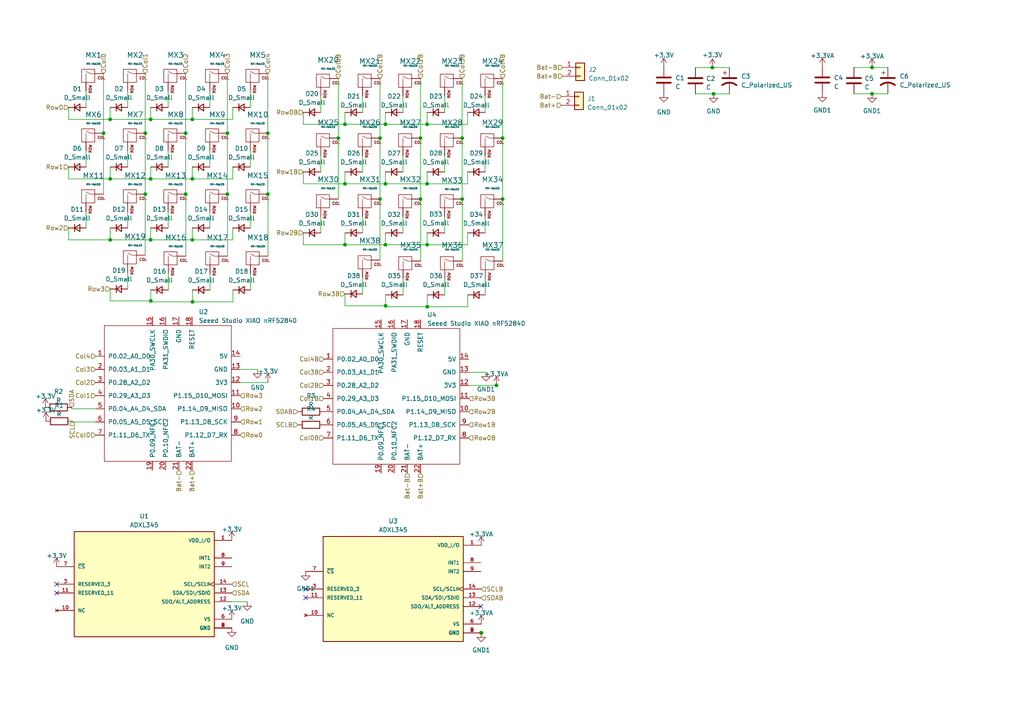
<source format=kicad_sch>
(kicad_sch (version 20230121) (generator eeschema)
  (paper "A4")
  (junction (at 145.7706 40.0558))
  (junction (at 42.1132 56.3118))
  (junction (at 55.7784 34.6202))
  (junction (at 100.0506 36.0426))
  (junction (at 43.688 34.6202))
  (junction (at 206.9592 27.2288))
  (junction (at 31.9532 69.5706))
  (junction (at 42.1132 38.6334))
  (junction (at 43.688 51.8922))
  (junction (at 77.6732 38.6334))
  (junction (at 123.8758 36.0426))
  (junction (at 77.6732 56.3118))
  (junction (at 134.0358 40.0558))
  (junction (at 111.8362 88.6968))
  (junction (at 43.688 69.5706))
  (junction (at 123.9266 88.9762))
  (junction (at 123.8758 70.993))
  (junction (at 100.0506 70.993))
  (junction (at 139.5476 183.5404))
  (junction (at 252.9332 19.5834))
  (junction (at 65.9384 56.3118))
  (junction (at 111.7854 53.3146))
  (junction (at 139.573 183.5912))
  (junction (at 143.9926 111.76))
  (junction (at 43.7388 87.2744))
  (junction (at 111.7854 70.993))
  (junction (at 55.7784 69.5706))
  (junction (at 30.0228 38.6334))
  (junction (at 98.1202 40.0558))
  (junction (at 139.573 183.5404))
  (junction (at 206.6036 19.6088))
  (junction (at 31.9532 34.6202))
  (junction (at 110.2106 40.0558))
  (junction (at 121.9454 40.0558))
  (junction (at 53.848 56.3118))
  (junction (at 53.848 38.6334))
  (junction (at 252.9332 27.2034))
  (junction (at 100.0506 53.3146))
  (junction (at 31.9532 51.8922))
  (junction (at 55.7784 51.8922))
  (junction (at 110.2106 57.7342))
  (junction (at 65.9384 38.6334))
  (junction (at 111.7854 36.0426))
  (junction (at 134.0358 57.7342))
  (junction (at 121.9454 57.7342))
  (junction (at 123.8758 53.3146))
  (junction (at 55.8292 87.5538))
  (junction (at 145.7706 57.7342))
  (no_connect (at 16.4338 171.9834))
  (no_connect (at 16.4338 169.4434))
  (no_connect (at 88.646 170.8404))
  (no_connect (at 139.446 175.9204))
  (no_connect (at 88.646 173.3804))
  (wire (pts (xy 123.8758 49.8602) (xy 123.8758 53.3146)))
  (wire (pts (xy 43.688 48.4378) (xy 43.688 51.8922)))
  (wire (pts (xy 42.1132 38.6334) (xy 42.1132 56.3118)))
  (wire (pts (xy 140.6906 45.1358) (xy 140.6906 49.8602)))
  (wire (pts (xy 116.8654 62.8142) (xy 116.8654 67.5386)))
  (wire (pts (xy 105.1306 62.8142) (xy 105.1306 67.5386)))
  (wire (pts (xy 111.8362 85.5218) (xy 111.8362 88.6968)))
  (wire (pts (xy 116.9162 80.7974) (xy 116.9162 85.5218)))
  (wire (pts (xy 121.9962 75.7174) (xy 121.9962 57.7342)))
  (wire (pts (xy 74.7014 107.1372) (xy 69.6468 107.1372)))
  (wire (pts (xy 43.7388 87.5538) (xy 55.8292 87.5538)))
  (wire (pts (xy 77.6732 38.6334) (xy 77.6732 56.3118)))
  (wire (pts (xy 98.1202 40.0558) (xy 98.1202 57.7342)))
  (wire (pts (xy 139.446 181.0004) (xy 139.5222 181.0004)))
  (wire (pts (xy 105.1306 27.8638) (xy 105.1306 32.5882)))
  (wire (pts (xy 55.7784 51.8922) (xy 67.5132 51.8922)))
  (wire (pts (xy 43.7388 84.0994) (xy 43.7388 87.2744)))
  (wire (pts (xy 123.8758 36.0426) (xy 135.6106 36.0426)))
  (wire (pts (xy 139.4714 170.8404) (xy 139.4714 170.8912)))
  (wire (pts (xy 110.2106 57.7342) (xy 110.2106 75.438)))
  (wire (pts (xy 134.0358 57.7342) (xy 134.0866 57.7342)))
  (wire (pts (xy 111.8362 88.6968) (xy 111.8362 88.9762)))
  (wire (pts (xy 48.8188 79.375) (xy 48.8188 84.0994)))
  (wire (pts (xy 252.9332 19.5834) (xy 257.5052 19.5834)))
  (wire (pts (xy 139.4968 173.3804) (xy 139.4968 173.4312)))
  (wire (pts (xy 72.5932 43.7134) (xy 72.5932 48.4378)))
  (wire (pts (xy 145.7706 57.7342) (xy 145.8214 57.7342)))
  (wire (pts (xy 110.2106 40.0558) (xy 110.2106 57.7342)))
  (wire (pts (xy 105.1306 80.518) (xy 105.1306 85.2424)))
  (wire (pts (xy 55.7784 31.1658) (xy 55.7784 34.6202)))
  (wire (pts (xy 139.5984 183.5912) (xy 139.573 183.5912)))
  (wire (pts (xy 128.9558 27.8638) (xy 128.9558 32.5882)))
  (wire (pts (xy 111.7854 53.3146) (xy 123.8758 53.3146)))
  (wire (pts (xy 100.0506 88.6968) (xy 111.8362 88.6968)))
  (wire (pts (xy 139.573 183.5404) (xy 139.5984 183.5404)))
  (wire (pts (xy 111.7854 67.5386) (xy 111.7854 70.993)))
  (wire (pts (xy 55.7784 34.6202) (xy 67.5132 34.6202)))
  (wire (pts (xy 60.8584 43.7134) (xy 60.8584 48.4378)))
  (wire (pts (xy 100.0506 49.8602) (xy 100.0506 53.3146)))
  (wire (pts (xy 105.1306 45.1358) (xy 105.1306 49.8602)))
  (wire (pts (xy 123.8758 32.5882) (xy 123.8758 36.0426)))
  (wire (pts (xy 77.724 110.9472) (xy 69.6468 110.9472)))
  (wire (pts (xy 139.446 170.8404) (xy 139.4714 170.8404)))
  (wire (pts (xy 65.9892 74.295) (xy 65.9892 56.3118)))
  (wire (pts (xy 53.8988 74.295) (xy 53.8988 56.3118)))
  (wire (pts (xy 65.9384 21.3614) (xy 65.9384 38.6334)))
  (wire (pts (xy 111.8362 88.9762) (xy 123.9266 88.9762)))
  (wire (pts (xy 24.9428 26.4414) (xy 24.9428 31.1658)))
  (wire (pts (xy 139.5222 181.0004) (xy 139.5222 181.0512)))
  (wire (pts (xy 111.7854 70.993) (xy 123.8758 70.993)))
  (wire (pts (xy 139.446 183.5404) (xy 139.5476 183.5404)))
  (wire (pts (xy 65.9384 56.3118) (xy 65.9892 56.3118)))
  (wire (pts (xy 139.4968 173.4312) (xy 139.573 173.4312)))
  (wire (pts (xy 30.0228 21.3614) (xy 30.0228 38.6334)))
  (wire (pts (xy 55.7784 48.4378) (xy 55.7784 51.8922)))
  (wire (pts (xy 77.724 110.9218) (xy 77.6986 110.9218)))
  (wire (pts (xy 135.6614 88.9762) (xy 135.6614 85.5218)))
  (wire (pts (xy 48.768 26.4414) (xy 48.768 31.1658)))
  (wire (pts (xy 37.0332 61.3918) (xy 37.0332 66.1162)))
  (wire (pts (xy 48.768 61.3918) (xy 48.768 66.1162)))
  (wire (pts (xy 55.8292 84.0994) (xy 55.8292 87.5538)))
  (wire (pts (xy 123.9266 85.5218) (xy 123.9266 88.9762)))
  (wire (pts (xy 201.7014 19.6088) (xy 206.6036 19.6088)))
  (wire (pts (xy 128.9558 45.1358) (xy 128.9558 49.8602)))
  (wire (pts (xy 111.7854 49.8602) (xy 111.7854 53.3146)))
  (wire (pts (xy 31.9532 31.1658) (xy 31.9532 34.6202)))
  (wire (pts (xy 31.9532 66.1162) (xy 31.9532 69.5706)))
  (wire (pts (xy 129.0066 80.7974) (xy 129.0066 85.5218)))
  (wire (pts (xy 139.5222 181.0512) (xy 139.573 181.0512)))
  (wire (pts (xy 121.9454 40.0558) (xy 121.9454 57.7342)))
  (wire (pts (xy 72.5932 61.3918) (xy 72.5932 66.1162)))
  (wire (pts (xy 31.9532 34.6202) (xy 43.688 34.6202)))
  (wire (pts (xy 71.7042 174.5234) (xy 67.2338 174.5234)))
  (wire (pts (xy 19.8628 48.4378) (xy 19.8628 51.8922)))
  (wire (pts (xy 140.6906 62.8142) (xy 140.6906 67.5386)))
  (wire (pts (xy 100.0506 36.0426) (xy 111.7854 36.0426)))
  (wire (pts (xy 77.6732 21.3614) (xy 77.6732 38.6334)))
  (wire (pts (xy 139.446 158.1404) (xy 139.446 158.1912)))
  (wire (pts (xy 93.0402 27.8638) (xy 93.0402 32.5882)))
  (wire (pts (xy 145.8214 75.7174) (xy 145.8214 57.7342)))
  (wire (pts (xy 139.5476 183.5912) (xy 139.573 183.5912)))
  (wire (pts (xy 55.8292 87.5538) (xy 67.564 87.5538)))
  (wire (pts (xy 31.9532 48.4378) (xy 31.9532 51.8922)))
  (wire (pts (xy 77.724 110.9472) (xy 77.724 110.9218)))
  (wire (pts (xy 43.7388 87.2744) (xy 43.7388 87.5538)))
  (wire (pts (xy 87.9602 49.8602) (xy 87.9602 53.3146)))
  (wire (pts (xy 93.0402 45.1358) (xy 93.0402 49.8602)))
  (wire (pts (xy 100.0506 53.3146) (xy 111.7854 53.3146)))
  (wire (pts (xy 143.9926 111.7854) (xy 135.9154 111.7854)))
  (wire (pts (xy 123.8758 53.3146) (xy 135.6106 53.3146)))
  (wire (pts (xy 19.8628 69.5706) (xy 31.9532 69.5706)))
  (wire (pts (xy 87.9602 70.993) (xy 100.0506 70.993)))
  (wire (pts (xy 20.8026 118.5672) (xy 27.7368 118.5672)))
  (wire (pts (xy 140.6906 27.8638) (xy 140.6906 32.5882)))
  (wire (pts (xy 37.0332 79.0956) (xy 37.0332 83.82)))
  (wire (pts (xy 31.9532 83.82) (xy 31.9532 87.2744)))
  (wire (pts (xy 135.6106 53.3146) (xy 135.6106 49.8602)))
  (wire (pts (xy 43.688 34.6202) (xy 55.7784 34.6202)))
  (wire (pts (xy 43.688 69.5706) (xy 55.7784 69.5706)))
  (wire (pts (xy 42.1132 56.3118) (xy 42.1132 74.0156)))
  (wire (pts (xy 19.8628 34.6202) (xy 31.9532 34.6202)))
  (wire (pts (xy 19.8628 31.1658) (xy 19.8628 34.6202)))
  (wire (pts (xy 143.9926 111.76) (xy 143.9672 111.76)))
  (wire (pts (xy 19.8628 51.8922) (xy 31.9532 51.8922)))
  (wire (pts (xy 139.573 183.5404) (xy 139.573 183.5912)))
  (wire (pts (xy 110.2106 22.7838) (xy 110.2106 40.0558)))
  (wire (pts (xy 43.688 66.1162) (xy 43.688 69.5706)))
  (wire (pts (xy 55.7784 69.5706) (xy 67.5132 69.5706)))
  (wire (pts (xy 19.8628 66.1162) (xy 19.8628 69.5706)))
  (wire (pts (xy 121.9962 57.7342) (xy 121.9454 57.7342)))
  (wire (pts (xy 30.0228 38.6334) (xy 30.0228 56.3118)))
  (wire (pts (xy 143.9926 111.7854) (xy 143.9926 111.76)))
  (wire (pts (xy 43.688 31.1658) (xy 43.688 34.6202)))
  (wire (pts (xy 31.9532 51.8922) (xy 43.688 51.8922)))
  (wire (pts (xy 139.5476 183.5404) (xy 139.5476 183.5912)))
  (wire (pts (xy 111.7854 36.0426) (xy 123.8758 36.0426)))
  (wire (pts (xy 60.8584 61.3918) (xy 60.8584 66.1162)))
  (wire (pts (xy 55.7784 66.1162) (xy 55.7784 69.5706)))
  (wire (pts (xy 247.6754 19.5834) (xy 252.9332 19.5834)))
  (wire (pts (xy 121.9454 22.7838) (xy 121.9454 40.0558)))
  (wire (pts (xy 60.8584 26.4414) (xy 60.8584 31.1658)))
  (wire (pts (xy 53.848 21.3614) (xy 53.848 38.6334)))
  (wire (pts (xy 31.9532 69.5706) (xy 43.688 69.5706)))
  (wire (pts (xy 100.0506 32.5882) (xy 100.0506 36.0426)))
  (wire (pts (xy 139.446 158.1912) (xy 139.573 158.1912)))
  (wire (pts (xy 100.0506 67.5386) (xy 100.0506 70.993)))
  (wire (pts (xy 72.5932 26.4414) (xy 72.5932 31.1658)))
  (wire (pts (xy 60.9092 79.375) (xy 60.9092 84.0994)))
  (wire (pts (xy 67.5132 69.5706) (xy 67.5132 66.1162)))
  (wire (pts (xy 24.9428 61.3918) (xy 24.9428 66.1162)))
  (wire (pts (xy 67.564 87.5538) (xy 67.564 84.0994)))
  (wire (pts (xy 134.0358 40.0558) (xy 134.0358 57.7342)))
  (wire (pts (xy 65.9384 38.6334) (xy 65.9384 56.3118)))
  (wire (pts (xy 93.0402 62.8142) (xy 93.0402 67.5386)))
  (wire (pts (xy 135.6106 36.0426) (xy 135.6106 32.5882)))
  (wire (pts (xy 134.0866 75.7174) (xy 134.0866 57.7342)))
  (wire (pts (xy 87.9602 53.3146) (xy 100.0506 53.3146)))
  (wire (pts (xy 67.5132 34.6202) (xy 67.5132 31.1658)))
  (wire (pts (xy 98.1202 22.7838) (xy 98.1202 40.0558)))
  (wire (pts (xy 67.5132 51.8922) (xy 67.5132 48.4378)))
  (wire (pts (xy 77.6732 56.3118) (xy 77.724 56.3118)))
  (wire (pts (xy 206.9592 27.2288) (xy 211.5312 27.2288)))
  (wire (pts (xy 37.0332 43.7134) (xy 37.0332 48.4378)))
  (wire (pts (xy 140.7414 80.7974) (xy 140.7414 85.5218)))
  (wire (pts (xy 20.8026 118.1608) (xy 20.8026 118.5672)))
  (wire (pts (xy 139.5476 183.5404) (xy 139.573 183.5404)))
  (wire (pts (xy 123.9266 88.9762) (xy 135.6614 88.9762)))
  (wire (pts (xy 134.0358 22.7838) (xy 134.0358 40.0558)))
  (wire (pts (xy 100.0506 70.993) (xy 111.7854 70.993)))
  (wire (pts (xy 139.5984 183.5404) (xy 139.5984 183.5912)))
  (wire (pts (xy 53.848 38.6334) (xy 53.848 56.3118)))
  (wire (pts (xy 139.446 173.3804) (xy 139.4968 173.3804)))
  (wire (pts (xy 252.9332 27.2034) (xy 257.5052 27.2034)))
  (wire (pts (xy 116.8654 45.1358) (xy 116.8654 49.8602)))
  (wire (pts (xy 111.7854 32.5882) (xy 111.7854 36.0426)))
  (wire (pts (xy 37.0332 26.4414) (xy 37.0332 31.1658)))
  (wire (pts (xy 42.1132 21.3614) (xy 42.1132 38.6334)))
  (wire (pts (xy 31.9532 87.2744) (xy 43.7388 87.2744)))
  (wire (pts (xy 48.768 43.7134) (xy 48.768 48.4378)))
  (wire (pts (xy 77.724 74.295) (xy 77.724 56.3118)))
  (wire (pts (xy 87.9602 32.5882) (xy 87.9602 36.0426)))
  (wire (pts (xy 27.7368 122.3772) (xy 20.955 122.3772)))
  (wire (pts (xy 206.6036 19.6088) (xy 211.5312 19.6088)))
  (wire (pts (xy 53.8988 56.3118) (xy 53.848 56.3118)))
  (wire (pts (xy 145.7706 40.0558) (xy 145.7706 57.7342)))
  (wire (pts (xy 201.7014 27.2288) (xy 206.9592 27.2288)))
  (wire (pts (xy 145.7706 22.7838) (xy 145.7706 40.0558)))
  (wire (pts (xy 20.955 122.3772) (xy 20.955 122.174)))
  (wire (pts (xy 87.9602 36.0426) (xy 100.0506 36.0426)))
  (wire (pts (xy 100.0506 85.2424) (xy 100.0506 88.6968)))
  (wire (pts (xy 43.688 51.8922) (xy 55.7784 51.8922)))
  (wire (pts (xy 128.9558 62.8142) (xy 128.9558 67.5386)))
  (wire (pts (xy 123.8758 67.5386) (xy 123.8758 70.993)))
  (wire (pts (xy 72.644 79.375) (xy 72.644 84.0994)))
  (wire (pts (xy 87.9602 67.5386) (xy 87.9602 70.993)))
  (wire (pts (xy 135.6106 70.993) (xy 135.6106 67.5386)))
  (wire (pts (xy 24.9428 43.7134) (xy 24.9428 48.4378)))
  (wire (pts (xy 116.8654 27.8638) (xy 116.8654 32.5882)))
  (wire (pts (xy 247.6754 27.2034) (xy 252.9332 27.2034)))
  (wire (pts (xy 139.4714 170.8912) (xy 139.573 170.8912)))
  (wire (pts (xy 123.8758 70.993) (xy 135.6106 70.993)))
  (wire (pts (xy 140.97 107.9754) (xy 135.9154 107.9754)))
  (hierarchical_label "SDAB" (shape input) (at 139.573 173.4312 0))
  (hierarchical_label "Col2" (shape input) (at 53.848 21.3614 90))
  (hierarchical_label "Row3B" (shape input) (at 100.0506 85.2424 180))
  (hierarchical_label "Row3" (shape input) (at 31.9532 83.82 180))
  (hierarchical_label "Col0B" (shape input) (at 98.1202 22.7838 90))
  (hierarchical_label "Bat-B" (shape input) (at 163.195 19.558 180))
  (hierarchical_label "Bat-" (shape input) (at 162.8394 27.9908 180))
  (hierarchical_label "Row2" (shape input) (at 19.8628 66.1162 180))
  (hierarchical_label "Row0B" (shape input) (at 135.9154 127.0254 0))
  (hierarchical_label "Bat+B" (shape input) (at 121.9454 137.1854 270))
  (hierarchical_label "Row1B" (shape input) (at 87.9602 49.8602 180))
  (hierarchical_label "Col3" (shape input) (at 65.9384 21.3614 90))
  (hierarchical_label "Col2B" (shape input) (at 94.0054 111.7854 180))
  (hierarchical_label "Col4B" (shape input) (at 145.7706 22.7838 90))
  (hierarchical_label "SCLB" (shape input) (at 139.573 170.8912 0))
  (hierarchical_label "SDAB" (shape input) (at 86.3854 119.4054 180))
  (hierarchical_label "Col3" (shape input) (at 27.7368 107.1372 180))
  (hierarchical_label "Col0" (shape input) (at 27.7368 126.1872 180))
  (hierarchical_label "Col2" (shape input) (at 27.7368 110.9472 180))
  (hierarchical_label "Row2B" (shape input) (at 87.9602 67.5386 180))
  (hierarchical_label "Row0B" (shape input) (at 87.9602 32.5882 180))
  (hierarchical_label "Col1" (shape input) (at 42.1132 21.3614 90))
  (hierarchical_label "Col1B" (shape input) (at 110.2106 22.7838 90))
  (hierarchical_label "Row3B" (shape input) (at 135.9154 115.5954 0))
  (hierarchical_label "Col4" (shape input) (at 27.7368 103.3272 180))
  (hierarchical_label "Bat+" (shape input) (at 55.6768 136.3472 270))
  (hierarchical_label "Bat+B" (shape input) (at 163.195 22.098 180))
  (hierarchical_label "Row2B" (shape input) (at 135.9154 119.4054 0))
  (hierarchical_label "Col1" (shape input) (at 27.7368 114.7572 180))
  (hierarchical_label "Col4" (shape input) (at 77.6732 21.3614 90))
  (hierarchical_label "Col2B" (shape input) (at 121.9454 22.7838 90))
  (hierarchical_label "SCLB" (shape input) (at 86.3854 123.2154 180))
  (hierarchical_label "SDA" (shape input) (at 20.8026 118.1608 90))
  (hierarchical_label "Row1" (shape input) (at 69.6468 122.3772 0))
  (hierarchical_label "Row1B" (shape input) (at 135.9154 123.2154 0))
  (hierarchical_label "Row1" (shape input) (at 19.8628 48.4378 180))
  (hierarchical_label "Row0" (shape input) (at 69.6468 126.1872 0))
  (hierarchical_label "Col3B" (shape input) (at 134.0358 22.7838 90))
  (hierarchical_label "SCL" (shape input) (at 67.2338 169.4434 0))
  (hierarchical_label "Row0" (shape input) (at 19.8628 31.1658 180))
  (hierarchical_label "Col0B" (shape input) (at 94.0054 127.0254 180))
  (hierarchical_label "Row2" (shape input) (at 69.6468 118.5672 0))
  (hierarchical_label "Col1B" (shape input) (at 94.0054 115.5954 180))
  (hierarchical_label "Col3B" (shape input) (at 94.0054 107.9754 180))
  (hierarchical_label "Col4B" (shape input) (at 94.0054 104.1654 180))
  (hierarchical_label "Bat-" (shape input) (at 51.8668 136.3472 270))
  (hierarchical_label "Bat-B" (shape input) (at 118.1354 137.1854 270))
  (hierarchical_label "Bat+" (shape input) (at 162.8394 30.5308 180))
  (hierarchical_label "SDA" (shape input) (at 67.2338 171.9834 0))
  (hierarchical_label "SCL" (shape input) (at 20.955 122.174 270))
  (hierarchical_label "Col0" (shape input) (at 30.0228 21.3614 90))
  (hierarchical_label "Row3" (shape input) (at 69.6468 114.7572 0))
  (symbol (lib_id "MX_Alps_Hybrid:MX-NoLED") (at 50.038 39.9034 0) (unit 1)
    (property "Reference" "MX8" (at 50.9212 33.2486 0) (effects (font (size 1.524 1.524))))
    (property "Value" "MX-NoLED" (at 50.9212 35.7886 0) (effects (font (size 0.508 0.508))))
    (property "Footprint" "keySwitches:Kailh_socket_PG1350" (effects hide))
  )
  (symbol (lib_id "MX_Alps_Hybrid:MX-NoLED") (at 130.2258 41.3258 0) (unit 1)
    (property "Reference" "MX28" (at 131.109 35.56 0) (effects (font (size 1.524 1.524))))
    (property "Value" "MX-NoLED" (at 131.109 36.83 0) (effects (font (size 0.508 0.508))))
    (property "Footprint" "keySwitches:Kailh_socket_PG1350" (effects hide))
  )
  (symbol (lib_id "MX_Alps_Hybrid:MX-NoLED") (at 106.4006 24.0538 0) (unit 1)
    (property "Reference" "MX21" (at 107.2838 17.78 0) (effects (font (size 1.524 1.524))))
    (property "Value" "MX-NoLED" (at 107.2838 19.05 0) (effects (font (size 0.508 0.508))))
    (property "Footprint" "keySwitches:Kailh_socket_PG1350" (effects hide))
  )
  (symbol (lib_id "power:+3.3V") (at 16.4338 164.3634 0) (unit 1)
    (property "Reference" "#PWR05" (effects hide))
    (property "Value" "+3.3V" (at 16.4338 161.163 0))
  )
  (symbol (lib_id "MX_Alps_Hybrid:MX-NoLED") (at 118.1354 24.0538 0) (unit 1)
    (property "Reference" "MX22" (at 119.0186 17.78 0) (effects (font (size 1.524 1.524))))
    (property "Value" "MX-NoLED" (at 119.0186 19.05 0) (effects (font (size 0.508 0.508))))
    (property "Footprint" "keySwitches:Kailh_socket_PG1350" (effects hide))
  )
  (symbol (lib_id "MX_Alps_Hybrid:MX-NoLED") (at 62.1284 39.9034 0) (unit 1)
    (property "Reference" "MX9" (at 63.0116 33.2486 0) (effects (font (size 1.524 1.524))))
    (property "Value" "MX-NoLED" (at 63.0116 35.7886 0) (effects (font (size 0.508 0.508))))
    (property "Footprint" "keySwitches:Kailh_socket_PG1350" (effects hide))
  )
  (symbol (lib_id "Device:D_Small") (at 102.5906 85.2424 0) (unit 1)
    (property "Reference" "D38" (at 102.5906 80.01 0))
    (property "Value" "D_Small" (at 102.5906 82.55 0))
    (property "Footprint" "Diode_SMD:D_SOD-123" (effects hide))
    (property "Sim.Device" "D" (effects hide))
    (property "Sim.Pins" "1=K 2=A" (effects hide))
  )
  (symbol (lib_id "Connector_Generic:Conn_01x02") (at 168.275 19.558 0) (unit 1)
    (property "Reference" "J2" (at 170.688 20.193 0) (effects (justify left)))
    (property "Value" "Conn_01x02" (at 170.688 22.733 0) (effects (justify left)))
    (property "Footprint" "Connector_JST:JST_PH_S2B-PH-K_1x02_P2.00mm_Horizontal" (effects hide))
  )
  (symbol (lib_id "Device:D_Small") (at 102.5906 49.8602 0) (unit 1)
    (property "Reference" "D26" (at 102.5906 44.45 0))
    (property "Value" "D_Small" (at 102.5906 46.99 0))
    (property "Footprint" "Diode_SMD:D_SOD-123" (effects hide))
    (property "Sim.Device" "D" (effects hide))
    (property "Sim.Pins" "1=K 2=A" (effects hide))
  )
  (symbol (lib_id "MX_Alps_Hybrid:MX-NoLED") (at 73.8632 57.5818 0) (unit 1)
    (property "Reference" "MX15" (at 74.7464 50.927 0) (effects (font (size 1.524 1.524))))
    (property "Value" "MX-NoLED" (at 74.7464 53.467 0) (effects (font (size 0.508 0.508))))
    (property "Footprint" "keySwitches:Kailh_socket_PG1350" (effects hide))
  )
  (symbol (lib_id "Device:C") (at 247.6754 23.3934 0) (unit 1)
    (property "Reference" "C5" (at 250.7488 22.7584 0) (effects (justify left)))
    (property "Value" "C" (at 250.7488 25.2984 0) (effects (justify left)))
    (property "Footprint" "Capacitor_SMD:C_0805_2012Metric" (effects hide))
  )
  (symbol (lib_id "Device:D_Small") (at 138.1506 49.8602 0) (unit 1)
    (property "Reference" "D29" (at 138.1506 44.45 0))
    (property "Value" "D_Small" (at 138.1506 46.99 0))
    (property "Footprint" "Diode_SMD:D_SOD-123" (effects hide))
    (property "Sim.Device" "D" (effects hide))
    (property "Sim.Pins" "1=K 2=A" (effects hide))
  )
  (symbol (lib_id "power:GND1") (at 88.646 165.7604 0) (unit 1)
    (property "Reference" "#PWR06" (effects hide))
    (property "Value" "GND1" (at 88.646 170.7134 0))
  )
  (symbol (lib_id "Device:D_Small") (at 70.0532 31.1658 0) (unit 1)
    (property "Reference" "D5" (at 70.0532 25.781 0))
    (property "Value" "D_Small" (at 70.0532 28.321 0))
    (property "Footprint" "Diode_SMD:D_SOD-123" (effects hide))
    (property "Sim.Device" "D" (effects hide))
    (property "Sim.Pins" "1=K 2=A" (effects hide))
  )
  (symbol (lib_id "Device:R") (at 90.1954 123.2154 90) (unit 1)
    (property "Reference" "R4" (at 90.1954 118.618 90))
    (property "Value" "R" (at 90.1954 121.158 90))
    (property "Footprint" "Resistor_SMD:R_0805_2012Metric" (effects hide))
  )
  (symbol (lib_id "MX_Alps_Hybrid:MX-NoLED") (at 38.3032 22.6314 0) (unit 1)
    (property "Reference" "MX2" (at 39.1864 15.9766 0) (effects (font (size 1.524 1.524))))
    (property "Value" "MX-NoLED" (at 39.1864 18.5166 0) (effects (font (size 0.508 0.508))))
    (property "Footprint" "keySwitches:Kailh_socket_PG1350" (effects hide))
  )
  (symbol (lib_id "power:GND1") (at 139.573 183.5912 0) (unit 1)
    (property "Reference" "#PWR014" (effects hide))
    (property "Value" "GND1" (at 139.573 188.5442 0))
  )
  (symbol (lib_id "MX_Alps_Hybrid:MX-NoLED") (at 118.1354 41.3258 0) (unit 1)
    (property "Reference" "MX27" (at 119.0186 35.56 0) (effects (font (size 1.524 1.524))))
    (property "Value" "MX-NoLED" (at 119.0186 36.83 0) (effects (font (size 0.508 0.508))))
    (property "Footprint" "keySwitches:Kailh_socket_PG1350" (effects hide))
  )
  (symbol (lib_id "MX_Alps_Hybrid:MX-NoLED") (at 62.1284 22.6314 0) (unit 1)
    (property "Reference" "MX4" (at 63.0116 15.9766 0) (effects (font (size 1.524 1.524))))
    (property "Value" "MX-NoLED" (at 63.0116 18.5166 0) (effects (font (size 0.508 0.508))))
    (property "Footprint" "keySwitches:Kailh_socket_PG1350" (effects hide))
  )
  (symbol (lib_id "MX_Alps_Hybrid:MX-NoLED") (at 73.914 75.565 0) (unit 1)
    (property "Reference" "MX18" (at 74.7972 68.9102 0) (effects (font (size 1.524 1.524))))
    (property "Value" "MX-NoLED" (at 74.7972 71.4502 0) (effects (font (size 0.508 0.508))))
    (property "Footprint" "keySwitches:Kailh_socket_PG1350" (effects hide))
  )
  (symbol (lib_id "power:+3.3V") (at 206.6036 19.6088 0) (unit 1)
    (property "Reference" "#PWR07" (effects hide))
    (property "Value" "+3.3V" (at 206.6036 15.9512 0))
  )
  (symbol (lib_id "MX_Alps_Hybrid:MX-NoLED") (at 62.1792 75.565 0) (unit 1)
    (property "Reference" "MX17" (at 63.0624 68.9102 0) (effects (font (size 1.524 1.524))))
    (property "Value" "MX-NoLED" (at 63.0624 71.4502 0) (effects (font (size 0.508 0.508))))
    (property "Footprint" "keySwitches:Kailh_socket_PG1350" (effects hide))
  )
  (symbol (lib_id "Device:D_Small") (at 114.3762 85.5218 0) (unit 1)
    (property "Reference" "D35" (at 114.3762 80.01 0))
    (property "Value" "D_Small" (at 114.3762 82.55 0))
    (property "Footprint" "Diode_SMD:D_SOD-123" (effects hide))
    (property "Sim.Device" "D" (effects hide))
    (property "Sim.Pins" "1=K 2=A" (effects hide))
  )
  (symbol (lib_id "MX_Alps_Hybrid:MX-NoLED") (at 38.3032 75.2856 0) (unit 1)
    (property "Reference" "MX19" (at 39.1864 68.6308 0) (effects (font (size 1.524 1.524))))
    (property "Value" "MX-NoLED" (at 39.1864 71.1708 0) (effects (font (size 0.508 0.508))))
    (property "Footprint" "Button_Switch_THT:SW_PUSH_6mm" (effects hide))
  )
  (symbol (lib_id "Device:C") (at 238.506 23.2156 0) (unit 1)
    (property "Reference" "C4" (at 241.8588 22.5806 0) (effects (justify left)))
    (property "Value" "C" (at 241.8588 25.1206 0) (effects (justify left)))
    (property "Footprint" "Capacitor_SMD:C_0805_2012Metric" (effects hide))
  )
  (symbol (lib_id "Device:C_Polarized_US") (at 211.5312 23.4188 0) (unit 1)
    (property "Reference" "C3" (at 214.9348 22.1488 0) (effects (justify left)))
    (property "Value" "C_Polarized_US" (at 214.9348 24.6888 0) (effects (justify left)))
    (property "Footprint" "Capacitor_Tantalum_SMD:CP_EIA-3216-18_Kemet-A" (effects hide))
  )
  (symbol (lib_id "Device:D_Small") (at 22.4028 31.1658 0) (unit 1)
    (property "Reference" "D1" (at 22.4028 25.781 0))
    (property "Value" "D_Small" (at 22.4028 28.321 0))
    (property "Footprint" "Diode_SMD:D_SOD-123" (effects hide))
    (property "Sim.Device" "D" (effects hide))
    (property "Sim.Pins" "1=K 2=A" (effects hide))
  )
  (symbol (lib_id "power:+3.3V") (at 192.532 19.431 0) (unit 1)
    (property "Reference" "#PWR08" (effects hide))
    (property "Value" "+3.3V" (at 192.532 16.0274 0))
  )
  (symbol (lib_id "Seeed_Studio_XIAO_Series:Seeed Studio XIAO nRF52840") (at 49.3268 114.7572 0) (unit 1)
    (property "Reference" "U2" (at 57.6327 90.4494 0) (effects (justify left)))
    (property "Value" "Seeed Studio XIAO nRF52840" (at 57.6327 92.9894 0) (effects (justify left)))
    (property "Footprint" "Seeed Studio XIAO Series Library:XIAO-nRF52840-Sense-14P-2.54-21X17.8MM" (effects hide))
  )
  (symbol (lib_id "power:+3.3VA") (at 238.506 19.4056 0) (unit 1)
    (property "Reference" "#PWR017" (effects hide))
    (property "Value" "+3.3VA" (at 238.506 16.129 0))
  )
  (symbol (lib_id "Device:D_Small") (at 22.4028 66.1162 0) (unit 1)
    (property "Reference" "D11" (at 22.4028 60.7314 0))
    (property "Value" "D_Small" (at 22.4028 63.2714 0))
    (property "Footprint" "Diode_SMD:D_SOD-123" (effects hide))
    (property "Sim.Device" "D" (effects hide))
    (property "Sim.Pins" "1=K 2=A" (effects hide))
  )
  (symbol (lib_id "MX_Alps_Hybrid:MX-NoLED") (at 73.8632 39.9034 0) (unit 1)
    (property "Reference" "MX10" (at 74.7464 33.2486 0) (effects (font (size 1.524 1.524))))
    (property "Value" "MX-NoLED" (at 74.7464 35.7886 0) (effects (font (size 0.508 0.508))))
    (property "Footprint" "keySwitches:Kailh_socket_PG1350" (effects hide))
  )
  (symbol (lib_id "MX_Alps_Hybrid:MX-NoLED") (at 130.2258 24.0538 0) (unit 1)
    (property "Reference" "MX23" (at 131.109 17.78 0) (effects (font (size 1.524 1.524))))
    (property "Value" "MX-NoLED" (at 131.109 19.05 0) (effects (font (size 0.508 0.508))))
    (property "Footprint" "keySwitches:Kailh_socket_PG1350" (effects hide))
  )
  (symbol (lib_id "MX_Alps_Hybrid:MX-NoLED") (at 94.3102 24.0538 0) (unit 1)
    (property "Reference" "MX20" (at 95.1934 17.399 0) (effects (font (size 1.524 1.524))))
    (property "Value" "MX-NoLED" (at 95.1934 19.939 0) (effects (font (size 0.508 0.508))))
    (property "Footprint" "keySwitches:Kailh_socket_PG1350" (effects hide))
  )
  (symbol (lib_id "MX_Alps_Hybrid:MX-NoLED") (at 38.3032 57.5818 0) (unit 1)
    (property "Reference" "MX12" (at 39.1864 50.927 0) (effects (font (size 1.524 1.524))))
    (property "Value" "MX-NoLED" (at 39.1864 53.467 0) (effects (font (size 0.508 0.508))))
    (property "Footprint" "keySwitches:Kailh_socket_PG1350" (effects hide))
  )
  (symbol (lib_id "Device:C") (at 201.7014 23.4188 0) (unit 1)
    (property "Reference" "C2" (at 204.7748 22.7838 0) (effects (justify left)))
    (property "Value" "C" (at 204.7748 25.3238 0) (effects (justify left)))
    (property "Footprint" "Capacitor_SMD:C_0805_2012Metric" (effects hide))
  )
  (symbol (lib_id "Device:D_Small") (at 126.4158 67.5386 0) (unit 1)
    (property "Reference" "D33" (at 126.4158 62.1538 0))
    (property "Value" "D_Small" (at 126.4158 64.6938 0))
    (property "Footprint" "Diode_SMD:D_SOD-123" (effects hide))
    (property "Sim.Device" "D" (effects hide))
    (property "Sim.Pins" "1=K 2=A" (effects hide))
  )
  (symbol (lib_id "Device:D_Small") (at 126.4158 49.8602 0) (unit 1)
    (property "Reference" "D28" (at 126.4158 44.45 0))
    (property "Value" "D_Small" (at 126.4158 46.99 0))
    (property "Footprint" "Diode_SMD:D_SOD-123" (effects hide))
    (property "Sim.Device" "D" (effects hide))
    (property "Sim.Pins" "1=K 2=A" (effects hide))
  )
  (symbol (lib_id "ADXL345:ADXL345") (at 114.046 170.8404 0) (unit 1)
    (property "Reference" "U3" (at 114.046 151.13 0))
    (property "Value" "ADXL345" (at 114.046 153.67 0))
    (property "Footprint" "ADXL345:PQFN80P500X300X100-14N" (effects hide))
    (property "MF" "Analog Devices, Inc." (effects hide))
    (property "SNAPEDA_PACKAGE_ID" "105924" (effects hide))
    (property "MAXIMUM_PACKAGE_HEIGHT" "1 mm" (effects hide))
    (property "Price" "None" (effects hide))
    (property "Package" "LGA -14 Analog Devices" (effects hide))
    (property "Check_prices" "https://www.snapeda.com/parts/ADXL345/Analog+Devices/view-part/?ref=eda" (effects hide))
    (property "STANDARD" "IPC 7351B" (effects hide))
    (property "PARTREV" "B" (effects hide))
    (property "SnapEDA_Link" "https://www.snapeda.com/parts/ADXL345/Analog+Devices/view-part/?ref=snap" (effects hide))
    (property "MP" "ADXL345" (effects hide))
    (property "Purchase-URL" "https://www.snapeda.com/api/url_track_click_mouser/?unipart_id=8565976&manufacturer=Analog Devices, Inc.&part_name=ADXL345&search_term=None" (effects hide))
    (property "Description" "\nAccelerometer X, Y, Z Axis ±2g, 4g, 8g, 16g 0.05Hz ~ 1.6kHz 14-LGA (3x5)\n" (effects hide))
    (property "MANUFACTURER" "Analog Devices" (effects hide))
    (property "Availability" "In Stock" (effects hide))
    (property "SNAPEDA_PN" "ADXL345" (effects hide))
  )
  (symbol (lib_id "Device:D_Small") (at 70.0532 48.4378 0) (unit 1)
    (property "Reference" "D10" (at 70.0532 43.053 0))
    (property "Value" "D_Small" (at 70.0532 45.593 0))
    (property "Footprint" "Diode_SMD:D_SOD-123" (effects hide))
    (property "Sim.Device" "D" (effects hide))
    (property "Sim.Pins" "1=K 2=A" (effects hide))
  )
  (symbol (lib_id "Device:C") (at 192.532 23.241 0) (unit 1)
    (property "Reference" "C1" (at 195.8848 22.606 0) (effects (justify left)))
    (property "Value" "C" (at 195.8848 25.146 0) (effects (justify left)))
    (property "Footprint" "Capacitor_SMD:C_0805_2012Metric" (effects hide))
  )
  (symbol (lib_id "MX_Alps_Hybrid:MX-NoLED") (at 73.8632 22.6314 0) (unit 1)
    (property "Reference" "MX5" (at 74.7464 15.9766 0) (effects (font (size 1.524 1.524))))
    (property "Value" "MX-NoLED" (at 74.7464 18.5166 0) (effects (font (size 0.508 0.508))))
    (property "Footprint" "keySwitches:Kailh_socket_PG1350" (effects hide))
  )
  (symbol (lib_id "power:+3.3VA") (at 143.9926 111.76 0) (unit 1)
    (property "Reference" "#PWR012" (effects hide))
    (property "Value" "+3.3VA" (at 143.9926 108.4834 0))
  )
  (symbol (lib_id "ADXL345:ADXL345") (at 41.8338 169.4434 0) (unit 1)
    (property "Reference" "U1" (at 41.8338 149.733 0))
    (property "Value" "ADXL345" (at 41.8338 152.273 0))
    (property "Footprint" "ADXL345:PQFN80P500X300X100-14N" (effects hide))
    (property "MF" "Analog Devices, Inc." (effects hide))
    (property "SNAPEDA_PACKAGE_ID" "105924" (effects hide))
    (property "MAXIMUM_PACKAGE_HEIGHT" "1 mm" (effects hide))
    (property "Price" "None" (effects hide))
    (property "Package" "LGA -14 Analog Devices" (effects hide))
    (property "Check_prices" "https://www.snapeda.com/parts/ADXL345/Analog+Devices/view-part/?ref=eda" (effects hide))
    (property "STANDARD" "IPC 7351B" (effects hide))
    (property "PARTREV" "B" (effects hide))
    (property "SnapEDA_Link" "https://www.snapeda.com/parts/ADXL345/Analog+Devices/view-part/?ref=snap" (effects hide))
    (property "MP" "ADXL345" (effects hide))
    (property "Purchase-URL" "https://www.snapeda.com/api/url_track_click_mouser/?unipart_id=8565976&manufacturer=Analog Devices, Inc.&part_name=ADXL345&search_term=None" (effects hide))
    (property "Description" "\nAccelerometer X, Y, Z Axis ±2g, 4g, 8g, 16g 0.05Hz ~ 1.6kHz 14-LGA (3x5)\n" (effects hide))
    (property "MANUFACTURER" "Analog Devices" (effects hide))
    (property "Availability" "In Stock" (effects hide))
    (property "SNAPEDA_PN" "ADXL345" (effects hide))
  )
  (symbol (lib_id "power:+3.3V") (at 67.2338 156.7434 0) (unit 1)
    (property "Reference" "#PWR011" (effects hide))
    (property "Value" "+3.3V" (at 67.2338 153.543 0))
  )
  (symbol (lib_id "Device:D_Small") (at 90.5002 49.8602 0) (unit 1)
    (property "Reference" "D25" (at 90.5002 44.45 0))
    (property "Value" "D_Small" (at 90.5002 46.99 0))
    (property "Footprint" "Diode_SMD:D_SOD-123" (effects hide))
    (property "Sim.Device" "D" (effects hide))
    (property "Sim.Pins" "1=K 2=A" (effects hide))
  )
  (symbol (lib_id "MX_Alps_Hybrid:MX-NoLED") (at 141.9606 41.3258 0) (unit 1)
    (property "Reference" "MX29" (at 142.8438 35.56 0) (effects (font (size 1.524 1.524))))
    (property "Value" "MX-NoLED" (at 142.8438 36.83 0) (effects (font (size 0.508 0.508))))
    (property "Footprint" "keySwitches:Kailh_socket_PG1350" (effects hide))
  )
  (symbol (lib_id "Device:D_Small") (at 34.4932 83.82 0) (unit 1)
    (property "Reference" "D19" (at 34.4932 78.4352 0))
    (property "Value" "D_Small" (at 34.4932 80.9752 0))
    (property "Footprint" "Diode_SMD:D_SOD-123" (effects hide))
    (property "Sim.Device" "D" (effects hide))
    (property "Sim.Pins" "1=K 2=A" (effects hide))
  )
  (symbol (lib_id "Device:D_Small") (at 70.104 84.0994 0) (unit 1)
    (property "Reference" "D18" (at 70.104 78.7146 0))
    (property "Value" "D_Small" (at 70.104 81.2546 0))
    (property "Footprint" "Diode_SMD:D_SOD-123" (effects hide))
    (property "Sim.Device" "D" (effects hide))
    (property "Sim.Pins" "1=K 2=A" (effects hide))
  )
  (symbol (lib_id "Device:D_Small") (at 58.3692 84.0994 0) (unit 1)
    (property "Reference" "D17" (at 58.3692 78.7146 0))
    (property "Value" "D_Small" (at 58.3692 81.2546 0))
    (property "Footprint" "Diode_SMD:D_SOD-123" (effects hide))
    (property "Sim.Device" "D" (effects hide))
    (property "Sim.Pins" "1=K 2=A" (effects hide))
  )
  (symbol (lib_id "MX_Alps_Hybrid:MX-NoLED") (at 26.2128 22.6314 0) (unit 1)
    (property "Reference" "MX1" (at 27.096 15.9766 0) (effects (font (size 1.524 1.524))))
    (property "Value" "MX-NoLED" (at 27.096 18.5166 0) (effects (font (size 0.508 0.508))))
    (property "Footprint" "keySwitches:Kailh_socket_PG1350" (effects hide))
  )
  (symbol (lib_id "Device:D_Small") (at 114.3254 32.5882 0) (unit 1)
    (property "Reference" "D22" (at 114.3254 27.94 0))
    (property "Value" "D_Small" (at 114.3254 30.48 0))
    (property "Footprint" "Diode_SMD:D_SOD-123" (effects hide))
    (property "Sim.Device" "D" (effects hide))
    (property "Sim.Pins" "1=K 2=A" (effects hide))
  )
  (symbol (lib_id "Device:R") (at 17.145 122.174 90) (unit 1)
    (property "Reference" "R1" (at 17.145 117.5766 90))
    (property "Value" "R" (at 17.145 120.1166 90))
    (property "Footprint" "Resistor_SMD:R_0805_2012Metric" (effects hide))
  )
  (symbol (lib_id "MX_Alps_Hybrid:MX-NoLED") (at 94.3102 59.0042 0) (unit 1)
    (property "Reference" "MX30" (at 95.1934 52.07 0) (effects (font (size 1.524 1.524))))
    (property "Value" "MX-NoLED" (at 95.1934 54.61 0) (effects (font (size 0.508 0.508))))
    (property "Footprint" "keySwitches:Kailh_socket_PG1350" (effects hide))
  )
  (symbol (lib_id "MX_Alps_Hybrid:MX-NoLED") (at 106.4006 76.708 0) (unit 1)
    (property "Reference" "MX38" (at 107.2838 69.85 0) (effects (font (size 1.524 1.524))))
    (property "Value" "MX-NoLED" (at 107.2838 72.39 0) (effects (font (size 0.508 0.508))))
    (property "Footprint" "Button_Switch_THT:SW_PUSH_6mm" (effects hide))
  )
  (symbol (lib_id "MX_Alps_Hybrid:MX-NoLED") (at 50.038 57.5818 0) (unit 1)
    (property "Reference" "MX13" (at 50.9212 50.927 0) (effects (font (size 1.524 1.524))))
    (property "Value" "MX-NoLED" (at 50.9212 53.467 0) (effects (font (size 0.508 0.508))))
    (property "Footprint" "keySwitches:Kailh_socket_PG1350" (effects hide))
  )
  (symbol (lib_id "Device:D_Small") (at 114.3254 49.8602 0) (unit 1)
    (property "Reference" "D27" (at 114.3254 44.45 0))
    (property "Value" "D_Small" (at 114.3254 46.99 0))
    (property "Footprint" "Diode_SMD:D_SOD-123" (effects hide))
    (property "Sim.Device" "D" (effects hide))
    (property "Sim.Pins" "1=K 2=A" (effects hide))
  )
  (symbol (lib_id "Device:R") (at 90.1954 119.4054 90) (unit 1)
    (property "Reference" "R3" (at 90.1954 114.808 90))
    (property "Value" "R" (at 90.1954 117.348 90))
    (property "Footprint" "Resistor_SMD:R_0805_2012Metric" (effects hide))
  )
  (symbol (lib_id "Device:D_Small") (at 102.5906 32.5882 0) (unit 1)
    (property "Reference" "D21" (at 102.5906 27.94 0))
    (property "Value" "D_Small" (at 102.5906 30.48 0))
    (property "Footprint" "Diode_SMD:D_SOD-123" (effects hide))
    (property "Sim.Device" "D" (effects hide))
    (property "Sim.Pins" "1=K 2=A" (effects hide))
  )
  (symbol (lib_id "Device:D_Small") (at 138.2014 85.5218 0) (unit 1)
    (property "Reference" "D37" (at 138.2014 80.01 0))
    (property "Value" "D_Small" (at 138.2014 82.55 0))
    (property "Footprint" "Diode_SMD:D_SOD-123" (effects hide))
    (property "Sim.Device" "D" (effects hide))
    (property "Sim.Pins" "1=K 2=A" (effects hide))
  )
  (symbol (lib_id "Device:D_Small") (at 102.5906 67.5386 0) (unit 1)
    (property "Reference" "D31" (at 102.5906 62.23 0))
    (property "Value" "D_Small" (at 102.5906 64.77 0))
    (property "Footprint" "Diode_SMD:D_SOD-123" (effects hide))
    (property "Sim.Device" "D" (effects hide))
    (property "Sim.Pins" "1=K 2=A" (effects hide))
  )
  (symbol (lib_id "Device:D_Small") (at 70.0532 66.1162 0) (unit 1)
    (property "Reference" "D15" (at 70.0532 60.7314 0))
    (property "Value" "D_Small" (at 70.0532 63.2714 0))
    (property "Footprint" "Diode_SMD:D_SOD-123" (effects hide))
    (property "Sim.Device" "D" (effects hide))
    (property "Sim.Pins" "1=K 2=A" (effects hide))
  )
  (symbol (lib_id "MX_Alps_Hybrid:MX-NoLED") (at 130.2258 59.0042 0) (unit 1)
    (property "Reference" "MX33" (at 131.109 52.3494 0) (effects (font (size 1.524 1.524))))
    (property "Value" "MX-NoLED" (at 131.109 54.8894 0) (effects (font (size 0.508 0.508))))
    (property "Footprint" "keySwitches:Kailh_socket_PG1350" (effects hide))
  )
  (symbol (lib_id "Device:D_Small") (at 138.1506 32.5882 0) (unit 1)
    (property "Reference" "D24" (at 138.1506 27.94 0))
    (property "Value" "D_Small" (at 138.1506 30.48 0))
    (property "Footprint" "Diode_SMD:D_SOD-123" (effects hide))
    (property "Sim.Device" "D" (effects hide))
    (property "Sim.Pins" "1=K 2=A" (effects hide))
  )
  (symbol (lib_id "Device:D_Small") (at 34.4932 31.1658 0) (unit 1)
    (property "Reference" "D2" (at 34.4932 25.781 0))
    (property "Value" "D_Small" (at 34.4932 28.321 0))
    (property "Footprint" "Diode_SMD:D_SOD-123" (effects hide))
    (property "Sim.Device" "D" (effects hide))
    (property "Sim.Pins" "1=K 2=A" (effects hide))
  )
  (symbol (lib_id "MX_Alps_Hybrid:MX-NoLED") (at 38.3032 39.9034 0) (unit 1)
    (property "Reference" "MX7" (at 39.1864 33.2486 0) (effects (font (size 1.524 1.524))))
    (property "Value" "MX-NoLED" (at 39.1864 35.7886 0) (effects (font (size 0.508 0.508))))
    (property "Footprint" "keySwitches:Kailh_socket_PG1350" (effects hide))
  )
  (symbol (lib_id "power:GND") (at 206.9592 27.2288 0) (unit 1)
    (property "Reference" "#PWR010" (effects hide))
    (property "Value" "GND" (at 206.9592 32.258 0))
  )
  (symbol (lib_id "MX_Alps_Hybrid:MX-NoLED") (at 141.9606 24.0538 0) (unit 1)
    (property "Reference" "MX24" (at 142.8438 17.78 0) (effects (font (size 1.524 1.524))))
    (property "Value" "MX-NoLED" (at 142.8438 19.05 0) (effects (font (size 0.508 0.508))))
    (property "Footprint" "keySwitches:Kailh_socket_PG1350" (effects hide))
  )
  (symbol (lib_id "power:+3.3V") (at 77.6986 110.9218 0) (unit 1)
    (property "Reference" "#PWR01" (effects hide))
    (property "Value" "+3.3V" (at 77.6986 107.7214 0))
  )
  (symbol (lib_id "MX_Alps_Hybrid:MX-NoLED") (at 94.3102 41.3258 0) (unit 1)
    (property "Reference" "MX25" (at 95.1934 35.56 0) (effects (font (size 1.524 1.524))))
    (property "Value" "MX-NoLED" (at 95.1934 36.83 0) (effects (font (size 0.508 0.508))))
    (property "Footprint" "keySwitches:Kailh_socket_PG1350" (effects hide))
  )
  (symbol (lib_id "Device:C_Polarized_US") (at 257.5052 23.3934 0) (unit 1)
    (property "Reference" "C6" (at 260.9088 22.1234 0) (effects (justify left)))
    (property "Value" "C_Polarized_US" (at 260.9088 24.6634 0) (effects (justify left)))
    (property "Footprint" "Capacitor_Tantalum_SMD:CP_EIA-3216-18_Kemet-A" (effects hide))
  )
  (symbol (lib_id "power:+3.3VA") (at 139.573 181.0512 0) (unit 1)
    (property "Reference" "#PWR013" (effects hide))
    (property "Value" "+3.3VA" (at 139.573 177.7746 0))
  )
  (symbol (lib_id "Device:D_Small") (at 58.3184 66.1162 0) (unit 1)
    (property "Reference" "D14" (at 58.3184 60.7314 0))
    (property "Value" "D_Small" (at 58.3184 63.2714 0))
    (property "Footprint" "Diode_SMD:D_SOD-123" (effects hide))
    (property "Sim.Device" "D" (effects hide))
    (property "Sim.Pins" "1=K 2=A" (effects hide))
  )
  (symbol (lib_id "power:GND") (at 74.7014 107.1372 0) (unit 1)
    (property "Reference" "#PWR02" (effects hide))
    (property "Value" "GND" (at 74.7014 112.395 0))
  )
  (symbol (lib_id "Device:D_Small") (at 46.228 31.1658 0) (unit 1)
    (property "Reference" "D3" (at 46.228 25.781 0))
    (property "Value" "D_Small" (at 46.228 28.321 0))
    (property "Footprint" "Diode_SMD:D_SOD-123" (effects hide))
    (property "Sim.Device" "D" (effects hide))
    (property "Sim.Pins" "1=K 2=A" (effects hide))
  )
  (symbol (lib_id "Device:D_Small") (at 90.5002 32.5882 0) (unit 1)
    (property "Reference" "D20" (at 90.5002 27.2034 0))
    (property "Value" "D_Small" (at 90.5002 29.7434 0))
    (property "Footprint" "Diode_SMD:D_SOD-123" (effects hide))
    (property "Sim.Device" "D" (effects hide))
    (property "Sim.Pins" "1=K 2=A" (effects hide))
  )
  (symbol (lib_id "Device:D_Small") (at 34.4932 66.1162 0) (unit 1)
    (property "Reference" "D12" (at 34.4932 60.7314 0))
    (property "Value" "D_Small" (at 34.4932 63.2714 0))
    (property "Footprint" "Diode_SMD:D_SOD-123" (effects hide))
    (property "Sim.Device" "D" (effects hide))
    (property "Sim.Pins" "1=K 2=A" (effects hide))
  )
  (symbol (lib_id "Device:D_Small") (at 22.4028 48.4378 0) (unit 1)
    (property "Reference" "D6" (at 22.4028 43.053 0))
    (property "Value" "D_Small" (at 22.4028 45.593 0))
    (property "Footprint" "Diode_SMD:D_SOD-123" (effects hide))
    (property "Sim.Device" "D" (effects hide))
    (property "Sim.Pins" "1=K 2=A" (effects hide))
  )
  (symbol (lib_id "MX_Alps_Hybrid:MX-NoLED") (at 26.2128 57.5818 0) (unit 1)
    (property "Reference" "MX11" (at 27.096 50.927 0) (effects (font (size 1.524 1.524))))
    (property "Value" "MX-NoLED" (at 27.096 53.467 0) (effects (font (size 0.508 0.508))))
    (property "Footprint" "keySwitches:Kailh_socket_PG1350" (effects hide))
  )
  (symbol (lib_id "power:+3.3VA") (at 139.573 158.1912 0) (unit 1)
    (property "Reference" "#PWR021" (effects hide))
    (property "Value" "+3.3VA" (at 139.573 154.9146 0))
  )
  (symbol (lib_id "Device:D_Small") (at 126.4158 32.5882 0) (unit 1)
    (property "Reference" "D23" (at 126.4158 27.94 0))
    (property "Value" "D_Small" (at 126.4158 30.48 0))
    (property "Footprint" "Diode_SMD:D_SOD-123" (effects hide))
    (property "Sim.Device" "D" (effects hide))
    (property "Sim.Pins" "1=K 2=A" (effects hide))
  )
  (symbol (lib_id "Device:D_Small") (at 46.228 66.1162 0) (unit 1)
    (property "Reference" "D13" (at 46.228 60.7314 0))
    (property "Value" "D_Small" (at 46.228 63.2714 0))
    (property "Footprint" "Diode_SMD:D_SOD-123" (effects hide))
    (property "Sim.Device" "D" (effects hide))
    (property "Sim.Pins" "1=K 2=A" (effects hide))
  )
  (symbol (lib_id "power:GND1") (at 252.9332 27.2034 0) (unit 1)
    (property "Reference" "#PWR018" (effects hide))
    (property "Value" "GND1" (at 252.9332 32.1564 0))
  )
  (symbol (lib_id "Device:D_Small") (at 126.4666 85.5218 0) (unit 1)
    (property "Reference" "D36" (at 126.4666 80.01 0))
    (property "Value" "D_Small" (at 126.4666 82.55 0))
    (property "Footprint" "Diode_SMD:D_SOD-123" (effects hide))
    (property "Sim.Device" "D" (effects hide))
    (property "Sim.Pins" "1=K 2=A" (effects hide))
  )
  (symbol (lib_id "MX_Alps_Hybrid:MX-NoLED") (at 106.4006 41.3258 0) (unit 1)
    (property "Reference" "MX26" (at 107.2838 35.56 0) (effects (font (size 1.524 1.524))))
    (property "Value" "MX-NoLED" (at 107.2838 36.83 0) (effects (font (size 0.508 0.508))))
    (property "Footprint" "keySwitches:Kailh_socket_PG1350" (effects hide))
  )
  (symbol (lib_id "Device:D_Small") (at 34.4932 48.4378 0) (unit 1)
    (property "Reference" "D7" (at 34.4932 43.053 0))
    (property "Value" "D_Small" (at 34.4932 45.593 0))
    (property "Footprint" "Diode_SMD:D_SOD-123" (effects hide))
    (property "Sim.Device" "D" (effects hide))
    (property "Sim.Pins" "1=K 2=A" (effects hide))
  )
  (symbol (lib_id "Device:D_Small") (at 46.228 48.4378 0) (unit 1)
    (property "Reference" "D8" (at 46.228 43.053 0))
    (property "Value" "D_Small" (at 46.228 45.593 0))
    (property "Footprint" "Diode_SMD:D_SOD-123" (effects hide))
    (property "Sim.Device" "D" (effects hide))
    (property "Sim.Pins" "1=K 2=A" (effects hide))
  )
  (symbol (lib_id "Device:D_Small") (at 90.5002 67.5386 0) (unit 1)
    (property "Reference" "D30" (at 90.5002 62.23 0))
    (property "Value" "D_Small" (at 90.5002 64.77 0))
    (property "Footprint" "Diode_SMD:D_SOD-123" (effects hide))
    (property "Sim.Device" "D" (effects hide))
    (property "Sim.Pins" "1=K 2=A" (effects hide))
  )
  (symbol (lib_id "MX_Alps_Hybrid:MX-NoLED") (at 118.1862 76.9874 0) (unit 1)
    (property "Reference" "MX35" (at 119.0694 71.12 0) (effects (font (size 1.524 1.524))))
    (property "Value" "MX-NoLED" (at 119.0694 72.39 0) (effects (font (size 0.508 0.508))))
    (property "Footprint" "keySwitches:Kailh_socket_PG1350" (effects hide))
  )
  (symbol (lib_id "Device:D_Small") (at 58.3184 48.4378 0) (unit 1)
    (property "Reference" "D9" (at 58.3184 43.053 0))
    (property "Value" "D_Small" (at 58.3184 45.593 0))
    (property "Footprint" "Diode_SMD:D_SOD-123" (effects hide))
    (property "Sim.Device" "D" (effects hide))
    (property "Sim.Pins" "1=K 2=A" (effects hide))
  )
  (symbol (lib_id "MX_Alps_Hybrid:MX-NoLED") (at 130.2766 76.9874 0) (unit 1)
    (property "Reference" "MX36" (at 131.1598 71.12 0) (effects (font (size 1.524 1.524))))
    (property "Value" "MX-NoLED" (at 131.1598 72.39 0) (effects (font (size 0.508 0.508))))
    (property "Footprint" "keySwitches:Kailh_socket_PG1350" (effects hide))
  )
  (symbol (lib_id "power:+3.3VA") (at 252.9332 19.5834 0) (unit 1)
    (property "Reference" "#PWR019" (effects hide))
    (property "Value" "+3.3VA" (at 252.9332 16.3068 0))
  )
  (symbol (lib_id "MX_Alps_Hybrid:MX-NoLED") (at 118.1354 59.0042 0) (unit 1)
    (property "Reference" "MX32" (at 119.0186 52.07 0) (effects (font (size 1.524 1.524))))
    (property "Value" "MX-NoLED" (at 119.0186 54.61 0) (effects (font (size 0.508 0.508))))
    (property "Footprint" "keySwitches:Kailh_socket_PG1350" (effects hide))
  )
  (symbol (lib_id "Device:D_Small") (at 46.2788 84.0994 0) (unit 1)
    (property "Reference" "D16" (at 46.2788 78.7146 0))
    (property "Value" "D_Small" (at 46.2788 81.2546 0))
    (property "Footprint" "Diode_SMD:D_SOD-123" (effects hide))
    (property "Sim.Device" "D" (effects hide))
    (property "Sim.Pins" "1=K 2=A" (effects hide))
  )
  (symbol (lib_id "Device:D_Small") (at 58.3184 31.1658 0) (unit 1)
    (property "Reference" "D4" (at 58.3184 25.781 0))
    (property "Value" "D_Small" (at 58.3184 28.321 0))
    (property "Footprint" "Diode_SMD:D_SOD-123" (effects hide))
    (property "Sim.Device" "D" (effects hide))
    (property "Sim.Pins" "1=K 2=A" (effects hide))
  )
  (symbol (lib_id "power:GND") (at 67.2338 182.1434 0) (unit 1)
    (property "Reference" "#PWR03" (effects hide))
    (property "Value" "GND" (at 67.2338 187.833 0))
  )
  (symbol (lib_id "power:GND") (at 192.532 27.051 0) (unit 1)
    (property "Reference" "#PWR09" (effects hide))
    (property "Value" "GND" (at 192.532 32.5374 0))
  )
  (symbol (lib_id "Device:D_Small") (at 114.3254 67.5386 0) (unit 1)
    (property "Reference" "D32" (at 114.3254 62.23 0))
    (property "Value" "D_Small" (at 114.3254 64.77 0))
    (property "Footprint" "Diode_SMD:D_SOD-123" (effects hide))
    (property "Sim.Device" "D" (effects hide))
    (property "Sim.Pins" "1=K 2=A" (effects hide))
  )
  (symbol (lib_id "MX_Alps_Hybrid:MX-NoLED") (at 50.0888 75.565 0) (unit 1)
    (property "Reference" "MX16" (at 50.972 68.9102 0) (effects (font (size 1.524 1.524))))
    (property "Value" "MX-NoLED" (at 50.972 71.4502 0) (effects (font (size 0.508 0.508))))
    (property "Footprint" "keySwitches:Kailh_socket_PG1350" (effects hide))
  )
  (symbol (lib_id "MX_Alps_Hybrid:MX-NoLED") (at 62.1284 57.5818 0) (unit 1)
    (property "Reference" "MX14" (at 63.0116 50.927 0) (effects (font (size 1.524 1.524))))
    (property "Value" "MX-NoLED" (at 63.0116 53.467 0) (effects (font (size 0.508 0.508))))
    (property "Footprint" "keySwitches:Kailh_socket_PG1350" (effects hide))
  )
  (symbol (lib_id "power:+3.3V") (at 13.1826 118.1608 0) (unit 1)
    (property "Reference" "#PWR020" (effects hide))
    (property "Value" "+3.3V" (at 13.1826 114.9604 0))
  )
  (symbol (lib_id "MX_Alps_Hybrid:MX-NoLED") (at 50.038 22.6314 0) (unit 1)
    (property "Reference" "MX3" (at 50.9212 15.9766 0) (effects (font (size 1.524 1.524))))
    (property "Value" "MX-NoLED" (at 50.9212 18.5166 0) (effects (font (size 0.508 0.508))))
    (property "Footprint" "keySwitches:Kailh_socket_PG1350" (effects hide))
  )
  (symbol (lib_id "Connector_Generic:Conn_01x02") (at 167.9194 27.9908 0) (unit 1)
    (property "Reference" "J1" (at 170.3324 28.6258 0) (effects (justify left)))
    (property "Value" "Conn_01x02" (at 170.3324 31.1658 0) (effects (justify left)))
    (property "Footprint" "Connector_JST:JST_PH_S2B-PH-K_1x02_P2.00mm_Horizontal" (effects hide))
  )
  (symbol (lib_id "power:+3.3V") (at 67.2338 179.6034 0) (unit 1)
    (property "Reference" "#PWR04" (effects hide))
    (property "Value" "+3.3V" (at 67.2338 176.403 0))
  )
  (symbol (lib_id "Device:D_Small") (at 138.1506 67.5386 0) (unit 1)
    (property "Reference" "D34" (at 138.1506 62.23 0))
    (property "Value" "D_Small" (at 138.1506 64.77 0))
    (property "Footprint" "Diode_SMD:D_SOD-123" (effects hide))
    (property "Sim.Device" "D" (effects hide))
    (property "Sim.Pins" "1=K 2=A" (effects hide))
  )
  (symbol (lib_id "Device:R") (at 16.9926 118.1608 90) (unit 1)
    (property "Reference" "R2" (at 16.9926 113.5634 90))
    (property "Value" "R" (at 16.9926 116.1034 90))
    (property "Footprint" "Resistor_SMD:R_0805_2012Metric" (effects hide))
  )
  (symbol (lib_id "power:+3.3V") (at 13.335 122.174 0) (unit 1)
    (property "Reference" "#PWR022" (effects hide))
    (property "Value" "+3.3V" (at 13.335 118.9736 0))
  )
  (symbol (lib_id "MX_Alps_Hybrid:MX-NoLED") (at 106.4006 59.0042 0) (unit 1)
    (property "Reference" "MX31" (at 107.2838 52.07 0) (effects (font (size 1.524 1.524))))
    (property "Value" "MX-NoLED" (at 107.2838 54.61 0) (effects (font (size 0.508 0.508))))
    (property "Footprint" "keySwitches:Kailh_socket_PG1350" (effects hide))
  )
  (symbol (lib_id "power:GND1") (at 140.97 107.9754 0) (unit 1)
    (property "Reference" "#PWR016" (effects hide))
    (property "Value" "GND1" (at 140.97 112.9284 0))
  )
  (symbol (lib_id "MX_Alps_Hybrid:MX-NoLED") (at 142.0114 76.9874 0) (unit 1)
    (property "Reference" "MX37" (at 142.8946 71.12 0) (effects (font (size 1.524 1.524))))
    (property "Value" "MX-NoLED" (at 142.8946 72.39 0) (effects (font (size 0.508 0.508))))
    (property "Footprint" "keySwitches:Kailh_socket_PG1350" (effects hide))
  )
  (symbol (lib_id "power:GND1") (at 238.506 27.0256 0) (unit 1)
    (property "Reference" "#PWR015" (effects hide))
    (property "Value" "GND1" (at 238.506 31.9786 0))
  )
  (symbol (lib_id "power:GND") (at 71.7042 174.5234 0) (unit 1)
    (property "Reference" "#PWR023" (effects hide))
    (property "Value" "GND" (at 71.7042 180.213 0))
  )
  (symbol (lib_id "MX_Alps_Hybrid:MX-NoLED") (at 141.9606 59.0042 0) (unit 1)
    (property "Reference" "MX34" (at 142.8438 52.07 0) (effects (font (size 1.524 1.524))))
    (property "Value" "MX-NoLED" (at 142.8438 54.61 0) (effects (font (size 0.508 0.508))))
    (property "Footprint" "keySwitches:Kailh_socket_PG1350" (effects hide))
  )
  (symbol (lib_id "MX_Alps_Hybrid:MX-NoLED") (at 26.2128 39.9034 0) (unit 1)
    (property "Reference" "MX6" (at 27.096 33.2486 0) (effects (font (size 1.524 1.524))))
    (property "Value" "MX-NoLED" (at 27.096 35.7886 0) (effects (font (size 0.508 0.508))))
    (property "Footprint" "keySwitches:Kailh_socket_PG1350" (effects hide))
  )
  (symbol (lib_id "Seeed_Studio_XIAO_Series:Seeed Studio XIAO nRF52840") (at 115.5954 115.5954 0) (unit 1)
    (property "Reference" "U4" (at 123.9013 91.2876 0) (effects (justify left)))
    (property "Value" "Seeed Studio XIAO nRF52840" (at 123.9013 93.8276 0) (effects (justify left)))
    (property "Footprint" "Seeed Studio XIAO Series Library:XIAO-nRF52840-Sense-14P-2.54-21X17.8MM" (effects hide))
  )
)
</source>
